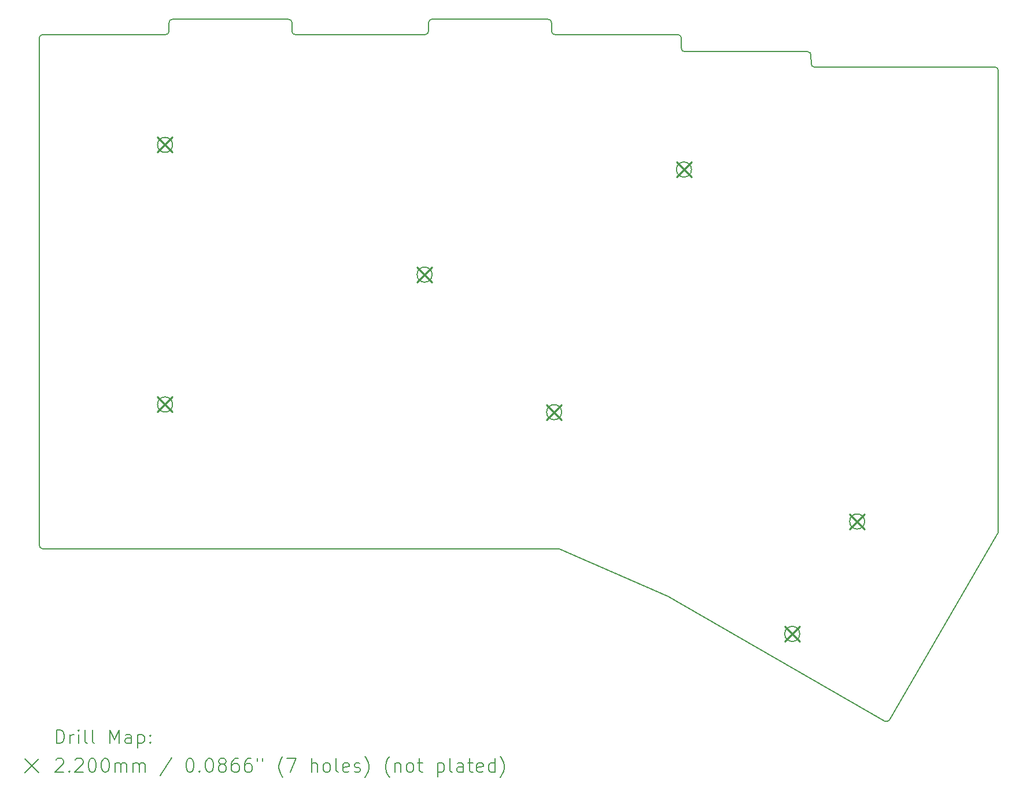
<source format=gbr>
%TF.GenerationSoftware,KiCad,Pcbnew,8.0.8+1*%
%TF.CreationDate,2025-06-17T15:49:18+00:00*%
%TF.ProjectId,backplate,6261636b-706c-4617-9465-2e6b69636164,0.2*%
%TF.SameCoordinates,Original*%
%TF.FileFunction,Drillmap*%
%TF.FilePolarity,Positive*%
%FSLAX45Y45*%
G04 Gerber Fmt 4.5, Leading zero omitted, Abs format (unit mm)*
G04 Created by KiCad (PCBNEW 8.0.8+1) date 2025-06-17 15:49:18*
%MOMM*%
%LPD*%
G01*
G04 APERTURE LIST*
%ADD10C,0.150000*%
%ADD11C,0.200000*%
%ADD12C,0.220000*%
G04 APERTURE END LIST*
D10*
X9108199Y-10874001D02*
X9108001Y-3449001D01*
X9158001Y-3399000D02*
X10958000Y-3399000D01*
X11008000Y-3349000D02*
X11008000Y-3223800D01*
X11058000Y-3173800D02*
X12758200Y-3173800D01*
X12808200Y-3223800D02*
X12808200Y-3349000D01*
X12858200Y-3399000D02*
X14758000Y-3399000D01*
X14808000Y-3349000D02*
X14808000Y-3223800D01*
X14858000Y-3173800D02*
X16558200Y-3173800D01*
X16608200Y-3223800D02*
X16608200Y-3349000D01*
X16658200Y-3399000D02*
X18458200Y-3399000D01*
X18508200Y-3449000D02*
X18508200Y-3598800D01*
X18558200Y-3648800D02*
X20358222Y-3648800D01*
X20408222Y-3698778D02*
X20408278Y-3824022D01*
X23119800Y-10734660D02*
X21553171Y-13431110D01*
X18316542Y-11620019D02*
X21484938Y-13449293D01*
X18311391Y-11617429D02*
X16717699Y-10928109D01*
X9158199Y-10924000D02*
X16697850Y-10924000D01*
X20458278Y-3874000D02*
X23101300Y-3874000D01*
X23151300Y-3924000D02*
X23151300Y-10666703D01*
X23144601Y-10691703D02*
X23119800Y-10734660D01*
X9108001Y-3449001D02*
G75*
G02*
X9158001Y-3399001I49999J1D01*
G01*
X11008000Y-3349000D02*
G75*
G02*
X10958000Y-3399000I-50000J0D01*
G01*
X11008000Y-3223800D02*
G75*
G02*
X11058000Y-3173800I50000J0D01*
G01*
X12758200Y-3173800D02*
G75*
G02*
X12808200Y-3223800I0J-50000D01*
G01*
X12858200Y-3399000D02*
G75*
G02*
X12808200Y-3349000I0J50000D01*
G01*
X14808000Y-3349000D02*
G75*
G02*
X14758000Y-3399000I-50000J0D01*
G01*
X14808000Y-3223800D02*
G75*
G02*
X14858000Y-3173800I50000J0D01*
G01*
X16558200Y-3173800D02*
G75*
G02*
X16608200Y-3223800I0J-50000D01*
G01*
X16658200Y-3399000D02*
G75*
G02*
X16608200Y-3349000I0J50000D01*
G01*
X18458200Y-3399000D02*
G75*
G02*
X18508200Y-3449000I0J-50000D01*
G01*
X18558200Y-3648800D02*
G75*
G02*
X18508200Y-3598800I0J50000D01*
G01*
X20358222Y-3648800D02*
G75*
G02*
X20408220Y-3698778I-2J-50000D01*
G01*
X20458278Y-3874000D02*
G75*
G02*
X20408280Y-3824022I2J50000D01*
G01*
X23101300Y-3874000D02*
G75*
G02*
X23151300Y-3924000I0J-50000D01*
G01*
X23151300Y-10666703D02*
G75*
G02*
X23144600Y-10691702I-50000J3D01*
G01*
X21553171Y-13431110D02*
G75*
G02*
X21484940Y-13449290I-43231J25120D01*
G01*
X18311391Y-11617429D02*
G75*
G02*
X18316542Y-11620019I-19851J-45891D01*
G01*
X16697850Y-10924000D02*
G75*
G02*
X16717699Y-10928109I0J-50000D01*
G01*
X9158199Y-10924000D02*
G75*
G02*
X9108200Y-10874001I1J50000D01*
G01*
X11060000Y-5012500D02*
G75*
G02*
X10840000Y-5012500I-110000J0D01*
G01*
X10840000Y-5012500D02*
G75*
G02*
X11060000Y-5012500I110000J0D01*
G01*
X11060000Y-8812500D02*
G75*
G02*
X10840000Y-8812500I-110000J0D01*
G01*
X10840000Y-8812500D02*
G75*
G02*
X11060000Y-8812500I110000J0D01*
G01*
X18656800Y-5373600D02*
G75*
G02*
X18436800Y-5373600I-110000J0D01*
G01*
X18436800Y-5373600D02*
G75*
G02*
X18656800Y-5373600I110000J0D01*
G01*
X14860000Y-6912500D02*
G75*
G02*
X14640000Y-6912500I-110000J0D01*
G01*
X14640000Y-6912500D02*
G75*
G02*
X14860000Y-6912500I110000J0D01*
G01*
X16756800Y-8926100D02*
G75*
G02*
X16536800Y-8926100I-110000J0D01*
G01*
X16536800Y-8926100D02*
G75*
G02*
X16756800Y-8926100I110000J0D01*
G01*
X21192724Y-10526276D02*
G75*
G02*
X20972724Y-10526276I-110000J0D01*
G01*
X20972724Y-10526276D02*
G75*
G02*
X21192724Y-10526276I110000J0D01*
G01*
X20242724Y-12171724D02*
G75*
G02*
X20022724Y-12171724I-110000J0D01*
G01*
X20022724Y-12171724D02*
G75*
G02*
X20242724Y-12171724I110000J0D01*
G01*
D11*
D12*
X10840000Y-4902500D02*
X11060000Y-5122500D01*
X11060000Y-4902500D02*
X10840000Y-5122500D01*
X10840000Y-8702500D02*
X11060000Y-8922500D01*
X11060000Y-8702500D02*
X10840000Y-8922500D01*
X14640000Y-6802500D02*
X14860000Y-7022500D01*
X14860000Y-6802500D02*
X14640000Y-7022500D01*
X16536800Y-8816100D02*
X16756800Y-9036100D01*
X16756800Y-8816100D02*
X16536800Y-9036100D01*
X18436800Y-5263600D02*
X18656800Y-5483600D01*
X18656800Y-5263600D02*
X18436800Y-5483600D01*
X20022724Y-12061724D02*
X20242724Y-12281724D01*
X20242724Y-12061724D02*
X20022724Y-12281724D01*
X20972724Y-10416276D02*
X21192724Y-10636276D01*
X21192724Y-10416276D02*
X20972724Y-10636276D01*
D11*
X9361278Y-13774973D02*
X9361278Y-13574973D01*
X9361278Y-13574973D02*
X9408897Y-13574973D01*
X9408897Y-13574973D02*
X9437469Y-13584497D01*
X9437469Y-13584497D02*
X9456516Y-13603545D01*
X9456516Y-13603545D02*
X9466040Y-13622592D01*
X9466040Y-13622592D02*
X9475564Y-13660687D01*
X9475564Y-13660687D02*
X9475564Y-13689259D01*
X9475564Y-13689259D02*
X9466040Y-13727354D01*
X9466040Y-13727354D02*
X9456516Y-13746402D01*
X9456516Y-13746402D02*
X9437469Y-13765449D01*
X9437469Y-13765449D02*
X9408897Y-13774973D01*
X9408897Y-13774973D02*
X9361278Y-13774973D01*
X9561278Y-13774973D02*
X9561278Y-13641640D01*
X9561278Y-13679735D02*
X9570802Y-13660687D01*
X9570802Y-13660687D02*
X9580326Y-13651164D01*
X9580326Y-13651164D02*
X9599373Y-13641640D01*
X9599373Y-13641640D02*
X9618421Y-13641640D01*
X9685088Y-13774973D02*
X9685088Y-13641640D01*
X9685088Y-13574973D02*
X9675564Y-13584497D01*
X9675564Y-13584497D02*
X9685088Y-13594021D01*
X9685088Y-13594021D02*
X9694611Y-13584497D01*
X9694611Y-13584497D02*
X9685088Y-13574973D01*
X9685088Y-13574973D02*
X9685088Y-13594021D01*
X9808897Y-13774973D02*
X9789850Y-13765449D01*
X9789850Y-13765449D02*
X9780326Y-13746402D01*
X9780326Y-13746402D02*
X9780326Y-13574973D01*
X9913659Y-13774973D02*
X9894611Y-13765449D01*
X9894611Y-13765449D02*
X9885088Y-13746402D01*
X9885088Y-13746402D02*
X9885088Y-13574973D01*
X10142231Y-13774973D02*
X10142231Y-13574973D01*
X10142231Y-13574973D02*
X10208897Y-13717830D01*
X10208897Y-13717830D02*
X10275564Y-13574973D01*
X10275564Y-13574973D02*
X10275564Y-13774973D01*
X10456516Y-13774973D02*
X10456516Y-13670211D01*
X10456516Y-13670211D02*
X10446992Y-13651164D01*
X10446992Y-13651164D02*
X10427945Y-13641640D01*
X10427945Y-13641640D02*
X10389850Y-13641640D01*
X10389850Y-13641640D02*
X10370802Y-13651164D01*
X10456516Y-13765449D02*
X10437469Y-13774973D01*
X10437469Y-13774973D02*
X10389850Y-13774973D01*
X10389850Y-13774973D02*
X10370802Y-13765449D01*
X10370802Y-13765449D02*
X10361278Y-13746402D01*
X10361278Y-13746402D02*
X10361278Y-13727354D01*
X10361278Y-13727354D02*
X10370802Y-13708307D01*
X10370802Y-13708307D02*
X10389850Y-13698783D01*
X10389850Y-13698783D02*
X10437469Y-13698783D01*
X10437469Y-13698783D02*
X10456516Y-13689259D01*
X10551754Y-13641640D02*
X10551754Y-13841640D01*
X10551754Y-13651164D02*
X10570802Y-13641640D01*
X10570802Y-13641640D02*
X10608897Y-13641640D01*
X10608897Y-13641640D02*
X10627945Y-13651164D01*
X10627945Y-13651164D02*
X10637469Y-13660687D01*
X10637469Y-13660687D02*
X10646992Y-13679735D01*
X10646992Y-13679735D02*
X10646992Y-13736878D01*
X10646992Y-13736878D02*
X10637469Y-13755926D01*
X10637469Y-13755926D02*
X10627945Y-13765449D01*
X10627945Y-13765449D02*
X10608897Y-13774973D01*
X10608897Y-13774973D02*
X10570802Y-13774973D01*
X10570802Y-13774973D02*
X10551754Y-13765449D01*
X10732707Y-13755926D02*
X10742231Y-13765449D01*
X10742231Y-13765449D02*
X10732707Y-13774973D01*
X10732707Y-13774973D02*
X10723183Y-13765449D01*
X10723183Y-13765449D02*
X10732707Y-13755926D01*
X10732707Y-13755926D02*
X10732707Y-13774973D01*
X10732707Y-13651164D02*
X10742231Y-13660687D01*
X10742231Y-13660687D02*
X10732707Y-13670211D01*
X10732707Y-13670211D02*
X10723183Y-13660687D01*
X10723183Y-13660687D02*
X10732707Y-13651164D01*
X10732707Y-13651164D02*
X10732707Y-13670211D01*
X8900501Y-14003489D02*
X9100501Y-14203489D01*
X9100501Y-14003489D02*
X8900501Y-14203489D01*
X9351754Y-14014021D02*
X9361278Y-14004497D01*
X9361278Y-14004497D02*
X9380326Y-13994973D01*
X9380326Y-13994973D02*
X9427945Y-13994973D01*
X9427945Y-13994973D02*
X9446992Y-14004497D01*
X9446992Y-14004497D02*
X9456516Y-14014021D01*
X9456516Y-14014021D02*
X9466040Y-14033068D01*
X9466040Y-14033068D02*
X9466040Y-14052116D01*
X9466040Y-14052116D02*
X9456516Y-14080687D01*
X9456516Y-14080687D02*
X9342231Y-14194973D01*
X9342231Y-14194973D02*
X9466040Y-14194973D01*
X9551754Y-14175926D02*
X9561278Y-14185449D01*
X9561278Y-14185449D02*
X9551754Y-14194973D01*
X9551754Y-14194973D02*
X9542231Y-14185449D01*
X9542231Y-14185449D02*
X9551754Y-14175926D01*
X9551754Y-14175926D02*
X9551754Y-14194973D01*
X9637469Y-14014021D02*
X9646992Y-14004497D01*
X9646992Y-14004497D02*
X9666040Y-13994973D01*
X9666040Y-13994973D02*
X9713659Y-13994973D01*
X9713659Y-13994973D02*
X9732707Y-14004497D01*
X9732707Y-14004497D02*
X9742231Y-14014021D01*
X9742231Y-14014021D02*
X9751754Y-14033068D01*
X9751754Y-14033068D02*
X9751754Y-14052116D01*
X9751754Y-14052116D02*
X9742231Y-14080687D01*
X9742231Y-14080687D02*
X9627945Y-14194973D01*
X9627945Y-14194973D02*
X9751754Y-14194973D01*
X9875564Y-13994973D02*
X9894612Y-13994973D01*
X9894612Y-13994973D02*
X9913659Y-14004497D01*
X9913659Y-14004497D02*
X9923183Y-14014021D01*
X9923183Y-14014021D02*
X9932707Y-14033068D01*
X9932707Y-14033068D02*
X9942231Y-14071164D01*
X9942231Y-14071164D02*
X9942231Y-14118783D01*
X9942231Y-14118783D02*
X9932707Y-14156878D01*
X9932707Y-14156878D02*
X9923183Y-14175926D01*
X9923183Y-14175926D02*
X9913659Y-14185449D01*
X9913659Y-14185449D02*
X9894612Y-14194973D01*
X9894612Y-14194973D02*
X9875564Y-14194973D01*
X9875564Y-14194973D02*
X9856516Y-14185449D01*
X9856516Y-14185449D02*
X9846992Y-14175926D01*
X9846992Y-14175926D02*
X9837469Y-14156878D01*
X9837469Y-14156878D02*
X9827945Y-14118783D01*
X9827945Y-14118783D02*
X9827945Y-14071164D01*
X9827945Y-14071164D02*
X9837469Y-14033068D01*
X9837469Y-14033068D02*
X9846992Y-14014021D01*
X9846992Y-14014021D02*
X9856516Y-14004497D01*
X9856516Y-14004497D02*
X9875564Y-13994973D01*
X10066040Y-13994973D02*
X10085088Y-13994973D01*
X10085088Y-13994973D02*
X10104135Y-14004497D01*
X10104135Y-14004497D02*
X10113659Y-14014021D01*
X10113659Y-14014021D02*
X10123183Y-14033068D01*
X10123183Y-14033068D02*
X10132707Y-14071164D01*
X10132707Y-14071164D02*
X10132707Y-14118783D01*
X10132707Y-14118783D02*
X10123183Y-14156878D01*
X10123183Y-14156878D02*
X10113659Y-14175926D01*
X10113659Y-14175926D02*
X10104135Y-14185449D01*
X10104135Y-14185449D02*
X10085088Y-14194973D01*
X10085088Y-14194973D02*
X10066040Y-14194973D01*
X10066040Y-14194973D02*
X10046992Y-14185449D01*
X10046992Y-14185449D02*
X10037469Y-14175926D01*
X10037469Y-14175926D02*
X10027945Y-14156878D01*
X10027945Y-14156878D02*
X10018421Y-14118783D01*
X10018421Y-14118783D02*
X10018421Y-14071164D01*
X10018421Y-14071164D02*
X10027945Y-14033068D01*
X10027945Y-14033068D02*
X10037469Y-14014021D01*
X10037469Y-14014021D02*
X10046992Y-14004497D01*
X10046992Y-14004497D02*
X10066040Y-13994973D01*
X10218421Y-14194973D02*
X10218421Y-14061640D01*
X10218421Y-14080687D02*
X10227945Y-14071164D01*
X10227945Y-14071164D02*
X10246992Y-14061640D01*
X10246992Y-14061640D02*
X10275564Y-14061640D01*
X10275564Y-14061640D02*
X10294612Y-14071164D01*
X10294612Y-14071164D02*
X10304135Y-14090211D01*
X10304135Y-14090211D02*
X10304135Y-14194973D01*
X10304135Y-14090211D02*
X10313659Y-14071164D01*
X10313659Y-14071164D02*
X10332707Y-14061640D01*
X10332707Y-14061640D02*
X10361278Y-14061640D01*
X10361278Y-14061640D02*
X10380326Y-14071164D01*
X10380326Y-14071164D02*
X10389850Y-14090211D01*
X10389850Y-14090211D02*
X10389850Y-14194973D01*
X10485088Y-14194973D02*
X10485088Y-14061640D01*
X10485088Y-14080687D02*
X10494612Y-14071164D01*
X10494612Y-14071164D02*
X10513659Y-14061640D01*
X10513659Y-14061640D02*
X10542231Y-14061640D01*
X10542231Y-14061640D02*
X10561278Y-14071164D01*
X10561278Y-14071164D02*
X10570802Y-14090211D01*
X10570802Y-14090211D02*
X10570802Y-14194973D01*
X10570802Y-14090211D02*
X10580326Y-14071164D01*
X10580326Y-14071164D02*
X10599373Y-14061640D01*
X10599373Y-14061640D02*
X10627945Y-14061640D01*
X10627945Y-14061640D02*
X10646993Y-14071164D01*
X10646993Y-14071164D02*
X10656516Y-14090211D01*
X10656516Y-14090211D02*
X10656516Y-14194973D01*
X11046993Y-13985449D02*
X10875564Y-14242592D01*
X11304135Y-13994973D02*
X11323183Y-13994973D01*
X11323183Y-13994973D02*
X11342231Y-14004497D01*
X11342231Y-14004497D02*
X11351754Y-14014021D01*
X11351754Y-14014021D02*
X11361278Y-14033068D01*
X11361278Y-14033068D02*
X11370802Y-14071164D01*
X11370802Y-14071164D02*
X11370802Y-14118783D01*
X11370802Y-14118783D02*
X11361278Y-14156878D01*
X11361278Y-14156878D02*
X11351754Y-14175926D01*
X11351754Y-14175926D02*
X11342231Y-14185449D01*
X11342231Y-14185449D02*
X11323183Y-14194973D01*
X11323183Y-14194973D02*
X11304135Y-14194973D01*
X11304135Y-14194973D02*
X11285088Y-14185449D01*
X11285088Y-14185449D02*
X11275564Y-14175926D01*
X11275564Y-14175926D02*
X11266040Y-14156878D01*
X11266040Y-14156878D02*
X11256516Y-14118783D01*
X11256516Y-14118783D02*
X11256516Y-14071164D01*
X11256516Y-14071164D02*
X11266040Y-14033068D01*
X11266040Y-14033068D02*
X11275564Y-14014021D01*
X11275564Y-14014021D02*
X11285088Y-14004497D01*
X11285088Y-14004497D02*
X11304135Y-13994973D01*
X11456516Y-14175926D02*
X11466040Y-14185449D01*
X11466040Y-14185449D02*
X11456516Y-14194973D01*
X11456516Y-14194973D02*
X11446993Y-14185449D01*
X11446993Y-14185449D02*
X11456516Y-14175926D01*
X11456516Y-14175926D02*
X11456516Y-14194973D01*
X11589850Y-13994973D02*
X11608897Y-13994973D01*
X11608897Y-13994973D02*
X11627945Y-14004497D01*
X11627945Y-14004497D02*
X11637469Y-14014021D01*
X11637469Y-14014021D02*
X11646993Y-14033068D01*
X11646993Y-14033068D02*
X11656516Y-14071164D01*
X11656516Y-14071164D02*
X11656516Y-14118783D01*
X11656516Y-14118783D02*
X11646993Y-14156878D01*
X11646993Y-14156878D02*
X11637469Y-14175926D01*
X11637469Y-14175926D02*
X11627945Y-14185449D01*
X11627945Y-14185449D02*
X11608897Y-14194973D01*
X11608897Y-14194973D02*
X11589850Y-14194973D01*
X11589850Y-14194973D02*
X11570802Y-14185449D01*
X11570802Y-14185449D02*
X11561278Y-14175926D01*
X11561278Y-14175926D02*
X11551754Y-14156878D01*
X11551754Y-14156878D02*
X11542231Y-14118783D01*
X11542231Y-14118783D02*
X11542231Y-14071164D01*
X11542231Y-14071164D02*
X11551754Y-14033068D01*
X11551754Y-14033068D02*
X11561278Y-14014021D01*
X11561278Y-14014021D02*
X11570802Y-14004497D01*
X11570802Y-14004497D02*
X11589850Y-13994973D01*
X11770802Y-14080687D02*
X11751754Y-14071164D01*
X11751754Y-14071164D02*
X11742231Y-14061640D01*
X11742231Y-14061640D02*
X11732707Y-14042592D01*
X11732707Y-14042592D02*
X11732707Y-14033068D01*
X11732707Y-14033068D02*
X11742231Y-14014021D01*
X11742231Y-14014021D02*
X11751754Y-14004497D01*
X11751754Y-14004497D02*
X11770802Y-13994973D01*
X11770802Y-13994973D02*
X11808897Y-13994973D01*
X11808897Y-13994973D02*
X11827945Y-14004497D01*
X11827945Y-14004497D02*
X11837469Y-14014021D01*
X11837469Y-14014021D02*
X11846993Y-14033068D01*
X11846993Y-14033068D02*
X11846993Y-14042592D01*
X11846993Y-14042592D02*
X11837469Y-14061640D01*
X11837469Y-14061640D02*
X11827945Y-14071164D01*
X11827945Y-14071164D02*
X11808897Y-14080687D01*
X11808897Y-14080687D02*
X11770802Y-14080687D01*
X11770802Y-14080687D02*
X11751754Y-14090211D01*
X11751754Y-14090211D02*
X11742231Y-14099735D01*
X11742231Y-14099735D02*
X11732707Y-14118783D01*
X11732707Y-14118783D02*
X11732707Y-14156878D01*
X11732707Y-14156878D02*
X11742231Y-14175926D01*
X11742231Y-14175926D02*
X11751754Y-14185449D01*
X11751754Y-14185449D02*
X11770802Y-14194973D01*
X11770802Y-14194973D02*
X11808897Y-14194973D01*
X11808897Y-14194973D02*
X11827945Y-14185449D01*
X11827945Y-14185449D02*
X11837469Y-14175926D01*
X11837469Y-14175926D02*
X11846993Y-14156878D01*
X11846993Y-14156878D02*
X11846993Y-14118783D01*
X11846993Y-14118783D02*
X11837469Y-14099735D01*
X11837469Y-14099735D02*
X11827945Y-14090211D01*
X11827945Y-14090211D02*
X11808897Y-14080687D01*
X12018421Y-13994973D02*
X11980326Y-13994973D01*
X11980326Y-13994973D02*
X11961278Y-14004497D01*
X11961278Y-14004497D02*
X11951754Y-14014021D01*
X11951754Y-14014021D02*
X11932707Y-14042592D01*
X11932707Y-14042592D02*
X11923183Y-14080687D01*
X11923183Y-14080687D02*
X11923183Y-14156878D01*
X11923183Y-14156878D02*
X11932707Y-14175926D01*
X11932707Y-14175926D02*
X11942231Y-14185449D01*
X11942231Y-14185449D02*
X11961278Y-14194973D01*
X11961278Y-14194973D02*
X11999374Y-14194973D01*
X11999374Y-14194973D02*
X12018421Y-14185449D01*
X12018421Y-14185449D02*
X12027945Y-14175926D01*
X12027945Y-14175926D02*
X12037469Y-14156878D01*
X12037469Y-14156878D02*
X12037469Y-14109259D01*
X12037469Y-14109259D02*
X12027945Y-14090211D01*
X12027945Y-14090211D02*
X12018421Y-14080687D01*
X12018421Y-14080687D02*
X11999374Y-14071164D01*
X11999374Y-14071164D02*
X11961278Y-14071164D01*
X11961278Y-14071164D02*
X11942231Y-14080687D01*
X11942231Y-14080687D02*
X11932707Y-14090211D01*
X11932707Y-14090211D02*
X11923183Y-14109259D01*
X12208897Y-13994973D02*
X12170802Y-13994973D01*
X12170802Y-13994973D02*
X12151754Y-14004497D01*
X12151754Y-14004497D02*
X12142231Y-14014021D01*
X12142231Y-14014021D02*
X12123183Y-14042592D01*
X12123183Y-14042592D02*
X12113659Y-14080687D01*
X12113659Y-14080687D02*
X12113659Y-14156878D01*
X12113659Y-14156878D02*
X12123183Y-14175926D01*
X12123183Y-14175926D02*
X12132707Y-14185449D01*
X12132707Y-14185449D02*
X12151754Y-14194973D01*
X12151754Y-14194973D02*
X12189850Y-14194973D01*
X12189850Y-14194973D02*
X12208897Y-14185449D01*
X12208897Y-14185449D02*
X12218421Y-14175926D01*
X12218421Y-14175926D02*
X12227945Y-14156878D01*
X12227945Y-14156878D02*
X12227945Y-14109259D01*
X12227945Y-14109259D02*
X12218421Y-14090211D01*
X12218421Y-14090211D02*
X12208897Y-14080687D01*
X12208897Y-14080687D02*
X12189850Y-14071164D01*
X12189850Y-14071164D02*
X12151754Y-14071164D01*
X12151754Y-14071164D02*
X12132707Y-14080687D01*
X12132707Y-14080687D02*
X12123183Y-14090211D01*
X12123183Y-14090211D02*
X12113659Y-14109259D01*
X12304135Y-13994973D02*
X12304135Y-14033068D01*
X12380326Y-13994973D02*
X12380326Y-14033068D01*
X12675564Y-14271164D02*
X12666040Y-14261640D01*
X12666040Y-14261640D02*
X12646993Y-14233068D01*
X12646993Y-14233068D02*
X12637469Y-14214021D01*
X12637469Y-14214021D02*
X12627945Y-14185449D01*
X12627945Y-14185449D02*
X12618421Y-14137830D01*
X12618421Y-14137830D02*
X12618421Y-14099735D01*
X12618421Y-14099735D02*
X12627945Y-14052116D01*
X12627945Y-14052116D02*
X12637469Y-14023545D01*
X12637469Y-14023545D02*
X12646993Y-14004497D01*
X12646993Y-14004497D02*
X12666040Y-13975926D01*
X12666040Y-13975926D02*
X12675564Y-13966402D01*
X12732707Y-13994973D02*
X12866040Y-13994973D01*
X12866040Y-13994973D02*
X12780326Y-14194973D01*
X13094612Y-14194973D02*
X13094612Y-13994973D01*
X13180326Y-14194973D02*
X13180326Y-14090211D01*
X13180326Y-14090211D02*
X13170802Y-14071164D01*
X13170802Y-14071164D02*
X13151755Y-14061640D01*
X13151755Y-14061640D02*
X13123183Y-14061640D01*
X13123183Y-14061640D02*
X13104136Y-14071164D01*
X13104136Y-14071164D02*
X13094612Y-14080687D01*
X13304136Y-14194973D02*
X13285088Y-14185449D01*
X13285088Y-14185449D02*
X13275564Y-14175926D01*
X13275564Y-14175926D02*
X13266040Y-14156878D01*
X13266040Y-14156878D02*
X13266040Y-14099735D01*
X13266040Y-14099735D02*
X13275564Y-14080687D01*
X13275564Y-14080687D02*
X13285088Y-14071164D01*
X13285088Y-14071164D02*
X13304136Y-14061640D01*
X13304136Y-14061640D02*
X13332707Y-14061640D01*
X13332707Y-14061640D02*
X13351755Y-14071164D01*
X13351755Y-14071164D02*
X13361278Y-14080687D01*
X13361278Y-14080687D02*
X13370802Y-14099735D01*
X13370802Y-14099735D02*
X13370802Y-14156878D01*
X13370802Y-14156878D02*
X13361278Y-14175926D01*
X13361278Y-14175926D02*
X13351755Y-14185449D01*
X13351755Y-14185449D02*
X13332707Y-14194973D01*
X13332707Y-14194973D02*
X13304136Y-14194973D01*
X13485088Y-14194973D02*
X13466040Y-14185449D01*
X13466040Y-14185449D02*
X13456517Y-14166402D01*
X13456517Y-14166402D02*
X13456517Y-13994973D01*
X13637469Y-14185449D02*
X13618421Y-14194973D01*
X13618421Y-14194973D02*
X13580326Y-14194973D01*
X13580326Y-14194973D02*
X13561278Y-14185449D01*
X13561278Y-14185449D02*
X13551755Y-14166402D01*
X13551755Y-14166402D02*
X13551755Y-14090211D01*
X13551755Y-14090211D02*
X13561278Y-14071164D01*
X13561278Y-14071164D02*
X13580326Y-14061640D01*
X13580326Y-14061640D02*
X13618421Y-14061640D01*
X13618421Y-14061640D02*
X13637469Y-14071164D01*
X13637469Y-14071164D02*
X13646993Y-14090211D01*
X13646993Y-14090211D02*
X13646993Y-14109259D01*
X13646993Y-14109259D02*
X13551755Y-14128307D01*
X13723183Y-14185449D02*
X13742231Y-14194973D01*
X13742231Y-14194973D02*
X13780326Y-14194973D01*
X13780326Y-14194973D02*
X13799374Y-14185449D01*
X13799374Y-14185449D02*
X13808898Y-14166402D01*
X13808898Y-14166402D02*
X13808898Y-14156878D01*
X13808898Y-14156878D02*
X13799374Y-14137830D01*
X13799374Y-14137830D02*
X13780326Y-14128307D01*
X13780326Y-14128307D02*
X13751755Y-14128307D01*
X13751755Y-14128307D02*
X13732707Y-14118783D01*
X13732707Y-14118783D02*
X13723183Y-14099735D01*
X13723183Y-14099735D02*
X13723183Y-14090211D01*
X13723183Y-14090211D02*
X13732707Y-14071164D01*
X13732707Y-14071164D02*
X13751755Y-14061640D01*
X13751755Y-14061640D02*
X13780326Y-14061640D01*
X13780326Y-14061640D02*
X13799374Y-14071164D01*
X13875564Y-14271164D02*
X13885088Y-14261640D01*
X13885088Y-14261640D02*
X13904136Y-14233068D01*
X13904136Y-14233068D02*
X13913659Y-14214021D01*
X13913659Y-14214021D02*
X13923183Y-14185449D01*
X13923183Y-14185449D02*
X13932707Y-14137830D01*
X13932707Y-14137830D02*
X13932707Y-14099735D01*
X13932707Y-14099735D02*
X13923183Y-14052116D01*
X13923183Y-14052116D02*
X13913659Y-14023545D01*
X13913659Y-14023545D02*
X13904136Y-14004497D01*
X13904136Y-14004497D02*
X13885088Y-13975926D01*
X13885088Y-13975926D02*
X13875564Y-13966402D01*
X14237469Y-14271164D02*
X14227945Y-14261640D01*
X14227945Y-14261640D02*
X14208898Y-14233068D01*
X14208898Y-14233068D02*
X14199374Y-14214021D01*
X14199374Y-14214021D02*
X14189850Y-14185449D01*
X14189850Y-14185449D02*
X14180326Y-14137830D01*
X14180326Y-14137830D02*
X14180326Y-14099735D01*
X14180326Y-14099735D02*
X14189850Y-14052116D01*
X14189850Y-14052116D02*
X14199374Y-14023545D01*
X14199374Y-14023545D02*
X14208898Y-14004497D01*
X14208898Y-14004497D02*
X14227945Y-13975926D01*
X14227945Y-13975926D02*
X14237469Y-13966402D01*
X14313659Y-14061640D02*
X14313659Y-14194973D01*
X14313659Y-14080687D02*
X14323183Y-14071164D01*
X14323183Y-14071164D02*
X14342231Y-14061640D01*
X14342231Y-14061640D02*
X14370802Y-14061640D01*
X14370802Y-14061640D02*
X14389850Y-14071164D01*
X14389850Y-14071164D02*
X14399374Y-14090211D01*
X14399374Y-14090211D02*
X14399374Y-14194973D01*
X14523183Y-14194973D02*
X14504136Y-14185449D01*
X14504136Y-14185449D02*
X14494612Y-14175926D01*
X14494612Y-14175926D02*
X14485088Y-14156878D01*
X14485088Y-14156878D02*
X14485088Y-14099735D01*
X14485088Y-14099735D02*
X14494612Y-14080687D01*
X14494612Y-14080687D02*
X14504136Y-14071164D01*
X14504136Y-14071164D02*
X14523183Y-14061640D01*
X14523183Y-14061640D02*
X14551755Y-14061640D01*
X14551755Y-14061640D02*
X14570802Y-14071164D01*
X14570802Y-14071164D02*
X14580326Y-14080687D01*
X14580326Y-14080687D02*
X14589850Y-14099735D01*
X14589850Y-14099735D02*
X14589850Y-14156878D01*
X14589850Y-14156878D02*
X14580326Y-14175926D01*
X14580326Y-14175926D02*
X14570802Y-14185449D01*
X14570802Y-14185449D02*
X14551755Y-14194973D01*
X14551755Y-14194973D02*
X14523183Y-14194973D01*
X14646993Y-14061640D02*
X14723183Y-14061640D01*
X14675564Y-13994973D02*
X14675564Y-14166402D01*
X14675564Y-14166402D02*
X14685088Y-14185449D01*
X14685088Y-14185449D02*
X14704136Y-14194973D01*
X14704136Y-14194973D02*
X14723183Y-14194973D01*
X14942231Y-14061640D02*
X14942231Y-14261640D01*
X14942231Y-14071164D02*
X14961279Y-14061640D01*
X14961279Y-14061640D02*
X14999374Y-14061640D01*
X14999374Y-14061640D02*
X15018421Y-14071164D01*
X15018421Y-14071164D02*
X15027945Y-14080687D01*
X15027945Y-14080687D02*
X15037469Y-14099735D01*
X15037469Y-14099735D02*
X15037469Y-14156878D01*
X15037469Y-14156878D02*
X15027945Y-14175926D01*
X15027945Y-14175926D02*
X15018421Y-14185449D01*
X15018421Y-14185449D02*
X14999374Y-14194973D01*
X14999374Y-14194973D02*
X14961279Y-14194973D01*
X14961279Y-14194973D02*
X14942231Y-14185449D01*
X15151755Y-14194973D02*
X15132707Y-14185449D01*
X15132707Y-14185449D02*
X15123183Y-14166402D01*
X15123183Y-14166402D02*
X15123183Y-13994973D01*
X15313660Y-14194973D02*
X15313660Y-14090211D01*
X15313660Y-14090211D02*
X15304136Y-14071164D01*
X15304136Y-14071164D02*
X15285088Y-14061640D01*
X15285088Y-14061640D02*
X15246993Y-14061640D01*
X15246993Y-14061640D02*
X15227945Y-14071164D01*
X15313660Y-14185449D02*
X15294612Y-14194973D01*
X15294612Y-14194973D02*
X15246993Y-14194973D01*
X15246993Y-14194973D02*
X15227945Y-14185449D01*
X15227945Y-14185449D02*
X15218421Y-14166402D01*
X15218421Y-14166402D02*
X15218421Y-14147354D01*
X15218421Y-14147354D02*
X15227945Y-14128307D01*
X15227945Y-14128307D02*
X15246993Y-14118783D01*
X15246993Y-14118783D02*
X15294612Y-14118783D01*
X15294612Y-14118783D02*
X15313660Y-14109259D01*
X15380326Y-14061640D02*
X15456517Y-14061640D01*
X15408898Y-13994973D02*
X15408898Y-14166402D01*
X15408898Y-14166402D02*
X15418421Y-14185449D01*
X15418421Y-14185449D02*
X15437469Y-14194973D01*
X15437469Y-14194973D02*
X15456517Y-14194973D01*
X15599374Y-14185449D02*
X15580326Y-14194973D01*
X15580326Y-14194973D02*
X15542231Y-14194973D01*
X15542231Y-14194973D02*
X15523183Y-14185449D01*
X15523183Y-14185449D02*
X15513660Y-14166402D01*
X15513660Y-14166402D02*
X15513660Y-14090211D01*
X15513660Y-14090211D02*
X15523183Y-14071164D01*
X15523183Y-14071164D02*
X15542231Y-14061640D01*
X15542231Y-14061640D02*
X15580326Y-14061640D01*
X15580326Y-14061640D02*
X15599374Y-14071164D01*
X15599374Y-14071164D02*
X15608898Y-14090211D01*
X15608898Y-14090211D02*
X15608898Y-14109259D01*
X15608898Y-14109259D02*
X15513660Y-14128307D01*
X15780326Y-14194973D02*
X15780326Y-13994973D01*
X15780326Y-14185449D02*
X15761279Y-14194973D01*
X15761279Y-14194973D02*
X15723183Y-14194973D01*
X15723183Y-14194973D02*
X15704136Y-14185449D01*
X15704136Y-14185449D02*
X15694612Y-14175926D01*
X15694612Y-14175926D02*
X15685088Y-14156878D01*
X15685088Y-14156878D02*
X15685088Y-14099735D01*
X15685088Y-14099735D02*
X15694612Y-14080687D01*
X15694612Y-14080687D02*
X15704136Y-14071164D01*
X15704136Y-14071164D02*
X15723183Y-14061640D01*
X15723183Y-14061640D02*
X15761279Y-14061640D01*
X15761279Y-14061640D02*
X15780326Y-14071164D01*
X15856517Y-14271164D02*
X15866041Y-14261640D01*
X15866041Y-14261640D02*
X15885088Y-14233068D01*
X15885088Y-14233068D02*
X15894612Y-14214021D01*
X15894612Y-14214021D02*
X15904136Y-14185449D01*
X15904136Y-14185449D02*
X15913660Y-14137830D01*
X15913660Y-14137830D02*
X15913660Y-14099735D01*
X15913660Y-14099735D02*
X15904136Y-14052116D01*
X15904136Y-14052116D02*
X15894612Y-14023545D01*
X15894612Y-14023545D02*
X15885088Y-14004497D01*
X15885088Y-14004497D02*
X15866041Y-13975926D01*
X15866041Y-13975926D02*
X15856517Y-13966402D01*
M02*

</source>
